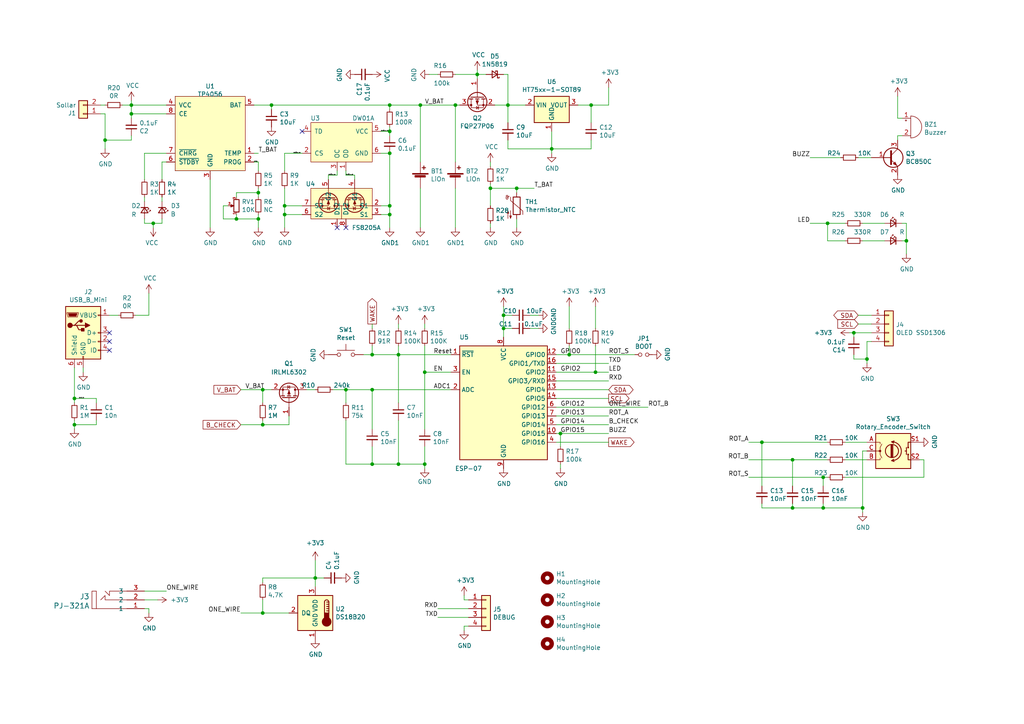
<source format=kicad_sch>
(kicad_sch (version 20211123) (generator eeschema)
  (paper "A4")
  (title_block (title "${NAME}") (date "${DATE}") (rev "${REVISION}") (company "Juraj Giertl") (comment 1 "j74a8g@gmail.com"))
  (junction (at 107.95 102.87))
  (junction (at 78.74 30.48))
  (junction (at 100.33 113.03))
  (junction (at 113.03 62.23))
  (junction (at 146.05 95.25))
  (junction (at 76.2 123.19))
  (junction (at 30.48 40.64))
  (junction (at 74.93 63.5))
  (junction (at 76.2 177.8))
  (junction (at 44.45 64.77))
  (junction (at 149.86 54.61))
  (junction (at 68.58 63.5))
  (junction (at 82.55 62.23))
  (junction (at 107.95 134.62))
  (junction (at 160.02 43.18))
  (junction (at 21.59 115.57))
  (junction (at 146.05 91.44))
  (junction (at 91.44 167.64))
  (junction (at 123.19 107.95))
  (junction (at 262.89 69.85))
  (junction (at 82.55 59.69))
  (junction (at 121.92 30.48))
  (junction (at 172.72 107.95))
  (junction (at 138.43 21.59))
  (junction (at 115.57 134.62))
  (junction (at 147.32 30.48))
  (junction (at 115.57 102.87))
  (junction (at 251.46 104.14))
  (junction (at 123.19 134.62))
  (junction (at 107.95 113.03))
  (junction (at 247.65 96.52))
  (junction (at 238.76 138.43))
  (junction (at 113.03 44.45))
  (junction (at 76.2 113.03))
  (junction (at 38.1 33.02))
  (junction (at 142.24 54.61))
  (junction (at 171.45 30.48))
  (junction (at 238.76 147.32))
  (junction (at 162.56 125.73))
  (junction (at 229.87 147.32))
  (junction (at 250.19 147.32))
  (junction (at 21.59 123.19))
  (junction (at 165.1 102.87))
  (junction (at 74.93 55.88))
  (junction (at 229.87 133.35))
  (junction (at 113.03 59.69))
  (junction (at 38.1 30.48))
  (junction (at 220.98 128.27))
  (junction (at 113.03 38.1))
  (junction (at 113.03 30.48))
  (junction (at 240.03 64.77))
  (junction (at 132.08 30.48))
  (no_connect (at 100.33 66.04))
  (no_connect (at 31.75 99.06))
  (no_connect (at 87.63 38.1))
  (no_connect (at 97.79 66.04))
  (no_connect (at 31.75 96.52))
  (no_connect (at 31.75 101.6))
  (wire (pts (xy 161.29 105.41) (xy 176.53 105.41)))
  (wire (pts (xy 238.76 146.05) (xy 238.76 147.32)))
  (wire (pts (xy 41.91 173.99) (xy 45.72 173.99)))
  (wire (pts (xy 165.1 100.33) (xy 165.1 102.87)))
  (wire (pts (xy 267.97 138.43) (xy 245.11 138.43)))
  (wire (pts (xy 38.1 30.48) (xy 48.26 30.48)))
  (wire (pts (xy 43.18 176.53) (xy 43.18 177.8)))
  (wire (pts (xy 240.03 64.77) (xy 240.03 69.85)))
  (wire (pts (xy 130.81 102.87) (xy 115.57 102.87)))
  (wire (pts (xy 95.25 50.8) (xy 97.79 50.8)))
  (wire (pts (xy 87.63 44.45) (xy 82.55 44.45)))
  (wire (pts (xy 138.43 21.59) (xy 140.97 21.59)))
  (wire (pts (xy 123.19 107.95) (xy 123.19 100.33)))
  (wire (pts (xy 68.58 63.5) (xy 74.93 63.5)))
  (wire (pts (xy 127 21.59) (xy 124.46 21.59)))
  (wire (pts (xy 146.05 88.9) (xy 146.05 91.44)))
  (wire (pts (xy 64.77 63.5) (xy 68.58 63.5)))
  (wire (pts (xy 82.55 44.45) (xy 82.55 49.53)))
  (wire (pts (xy 21.59 115.57) (xy 21.59 116.84)))
  (wire (pts (xy 21.59 121.92) (xy 21.59 123.19)))
  (wire (pts (xy 220.98 128.27) (xy 217.17 128.27)))
  (wire (pts (xy 76.2 121.92) (xy 76.2 123.19)))
  (wire (pts (xy 132.08 54.61) (xy 132.08 66.04)))
  (wire (pts (xy 217.17 133.35) (xy 229.87 133.35)))
  (wire (pts (xy 238.76 147.32) (xy 229.87 147.32)))
  (wire (pts (xy 123.19 124.46) (xy 123.19 107.95)))
  (wire (pts (xy 91.44 167.64) (xy 76.2 167.64)))
  (wire (pts (xy 171.45 30.48) (xy 176.53 30.48)))
  (wire (pts (xy 247.65 96.52) (xy 252.73 96.52)))
  (wire (pts (xy 43.18 85.09) (xy 43.18 91.44)))
  (wire (pts (xy 46.99 64.77) (xy 46.99 63.5)))
  (wire (pts (xy 76.2 173.99) (xy 76.2 177.8)))
  (wire (pts (xy 250.19 130.81) (xy 250.19 147.32)))
  (wire (pts (xy 110.49 59.69) (xy 113.03 59.69)))
  (wire (pts (xy 97.79 50.8) (xy 97.79 49.53)))
  (wire (pts (xy 251.46 99.06) (xy 251.46 104.14)))
  (wire (pts (xy 30.48 33.02) (xy 30.48 40.64)))
  (wire (pts (xy 132.08 21.59) (xy 138.43 21.59)))
  (wire (pts (xy 229.87 147.32) (xy 220.98 147.32)))
  (wire (pts (xy 76.2 113.03) (xy 78.74 113.03)))
  (wire (pts (xy 21.59 123.19) (xy 21.59 124.46)))
  (wire (pts (xy 250.19 69.85) (xy 256.54 69.85)))
  (wire (pts (xy 260.35 34.29) (xy 261.62 34.29)))
  (wire (pts (xy 21.59 106.68) (xy 21.59 115.57)))
  (wire (pts (xy 74.93 54.61) (xy 74.93 55.88)))
  (wire (pts (xy 240.03 64.77) (xy 234.95 64.77)))
  (wire (pts (xy 161.29 110.49) (xy 176.53 110.49)))
  (wire (pts (xy 41.91 63.5) (xy 41.91 64.77)))
  (wire (pts (xy 35.56 30.48) (xy 38.1 30.48)))
  (wire (pts (xy 250.19 147.32) (xy 250.19 148.59)))
  (wire (pts (xy 262.89 69.85) (xy 262.89 73.66)))
  (wire (pts (xy 252.73 99.06) (xy 251.46 99.06)))
  (wire (pts (xy 113.03 59.69) (xy 113.03 62.23)))
  (wire (pts (xy 160.02 43.18) (xy 171.45 43.18)))
  (wire (pts (xy 123.19 134.62) (xy 115.57 134.62)))
  (wire (pts (xy 113.03 36.83) (xy 113.03 38.1)))
  (wire (pts (xy 260.35 39.37) (xy 260.35 40.64)))
  (wire (pts (xy 95.25 52.07) (xy 95.25 50.8)))
  (wire (pts (xy 245.11 64.77) (xy 240.03 64.77)))
  (wire (pts (xy 100.33 49.53) (xy 100.33 50.8)))
  (wire (pts (xy 220.98 128.27) (xy 240.03 128.27)))
  (wire (pts (xy 165.1 102.87) (xy 184.15 102.87)))
  (wire (pts (xy 87.63 62.23) (xy 82.55 62.23)))
  (wire (pts (xy 146.05 21.59) (xy 147.32 21.59)))
  (wire (pts (xy 149.86 63.5) (xy 149.86 66.04)))
  (wire (pts (xy 160.02 43.18) (xy 160.02 44.45)))
  (wire (pts (xy 130.81 107.95) (xy 123.19 107.95)))
  (wire (pts (xy 107.95 100.33) (xy 107.95 102.87)))
  (wire (pts (xy 29.21 33.02) (xy 30.48 33.02)))
  (wire (pts (xy 41.91 44.45) (xy 41.91 52.07)))
  (wire (pts (xy 69.85 113.03) (xy 76.2 113.03)))
  (wire (pts (xy 238.76 140.97) (xy 238.76 138.43)))
  (wire (pts (xy 74.93 62.23) (xy 74.93 63.5)))
  (wire (pts (xy 161.29 125.73) (xy 162.56 125.73)))
  (wire (pts (xy 176.53 25.4) (xy 176.53 30.48)))
  (wire (pts (xy 246.38 96.52) (xy 247.65 96.52)))
  (wire (pts (xy 76.2 116.84) (xy 76.2 113.03)))
  (wire (pts (xy 165.1 88.9) (xy 165.1 95.25)))
  (wire (pts (xy 115.57 134.62) (xy 115.57 121.92)))
  (wire (pts (xy 107.95 113.03) (xy 130.81 113.03)))
  (wire (pts (xy 162.56 134.62) (xy 162.56 135.89)))
  (wire (pts (xy 251.46 128.27) (xy 245.11 128.27)))
  (wire (pts (xy 238.76 147.32) (xy 250.19 147.32)))
  (wire (pts (xy 41.91 176.53) (xy 43.18 176.53)))
  (wire (pts (xy 262.89 64.77) (xy 262.89 69.85)))
  (wire (pts (xy 41.91 64.77) (xy 44.45 64.77)))
  (wire (pts (xy 247.65 96.52) (xy 247.65 97.79)))
  (wire (pts (xy 135.89 181.61) (xy 134.62 181.61)))
  (wire (pts (xy 115.57 116.84) (xy 115.57 102.87)))
  (wire (pts (xy 66.04 59.69) (xy 64.77 59.69)))
  (wire (pts (xy 82.55 59.69) (xy 82.55 62.23)))
  (wire (pts (xy 27.94 123.19) (xy 27.94 121.92)))
  (wire (pts (xy 161.29 123.19) (xy 176.53 123.19)))
  (wire (pts (xy 91.44 170.18) (xy 91.44 167.64)))
  (wire (pts (xy 121.92 30.48) (xy 132.08 30.48)))
  (wire (pts (xy 138.43 20.32) (xy 138.43 21.59)))
  (wire (pts (xy 76.2 123.19) (xy 83.82 123.19)))
  (wire (pts (xy 113.03 30.48) (xy 121.92 30.48)))
  (wire (pts (xy 147.32 30.48) (xy 147.32 35.56)))
  (wire (pts (xy 38.1 39.37) (xy 38.1 40.64)))
  (wire (pts (xy 39.37 91.44) (xy 43.18 91.44)))
  (wire (pts (xy 110.49 38.1) (xy 113.03 38.1)))
  (wire (pts (xy 76.2 123.19) (xy 69.85 123.19)))
  (wire (pts (xy 73.66 44.45) (xy 74.93 44.45)))
  (wire (pts (xy 252.73 91.44) (xy 248.92 91.44)))
  (wire (pts (xy 134.62 181.61) (xy 134.62 182.88)))
  (wire (pts (xy 161.29 115.57) (xy 176.53 115.57)))
  (wire (pts (xy 171.45 43.18) (xy 171.45 40.64)))
  (wire (pts (xy 266.7 133.35) (xy 267.97 133.35)))
  (wire (pts (xy 115.57 93.98) (xy 115.57 95.25)))
  (wire (pts (xy 113.03 66.04) (xy 113.03 62.23)))
  (wire (pts (xy 160.02 43.18) (xy 147.32 43.18)))
  (wire (pts (xy 220.98 128.27) (xy 220.98 140.97)))
  (wire (pts (xy 161.29 120.65) (xy 176.53 120.65)))
  (wire (pts (xy 68.58 55.88) (xy 74.93 55.88)))
  (wire (pts (xy 113.03 38.1) (xy 113.03 39.37)))
  (wire (pts (xy 82.55 54.61) (xy 82.55 59.69)))
  (wire (pts (xy 83.82 177.8) (xy 76.2 177.8)))
  (wire (pts (xy 142.24 54.61) (xy 142.24 53.34)))
  (wire (pts (xy 48.26 46.99) (xy 46.99 46.99)))
  (wire (pts (xy 74.93 46.99) (xy 74.93 49.53)))
  (wire (pts (xy 38.1 30.48) (xy 38.1 33.02)))
  (wire (pts (xy 113.03 59.69) (xy 113.03 44.45)))
  (wire (pts (xy 251.46 133.35) (xy 245.11 133.35)))
  (wire (pts (xy 102.87 50.8) (xy 102.87 52.07)))
  (wire (pts (xy 135.89 176.53) (xy 127 176.53)))
  (wire (pts (xy 229.87 146.05) (xy 229.87 147.32)))
  (wire (pts (xy 132.08 46.99) (xy 132.08 30.48)))
  (wire (pts (xy 110.49 44.45) (xy 113.03 44.45)))
  (wire (pts (xy 142.24 48.26) (xy 142.24 46.99)))
  (wire (pts (xy 240.03 133.35) (xy 229.87 133.35)))
  (wire (pts (xy 100.33 50.8) (xy 102.87 50.8)))
  (wire (pts (xy 91.44 167.64) (xy 91.44 162.56)))
  (wire (pts (xy 88.9 113.03) (xy 91.44 113.03)))
  (wire (pts (xy 123.19 134.62) (xy 123.19 129.54)))
  (wire (pts (xy 21.59 115.57) (xy 27.94 115.57)))
  (wire (pts (xy 171.45 30.48) (xy 167.64 30.48)))
  (wire (pts (xy 161.29 102.87) (xy 165.1 102.87)))
  (wire (pts (xy 134.62 173.99) (xy 135.89 173.99)))
  (wire (pts (xy 115.57 134.62) (xy 107.95 134.62)))
  (wire (pts (xy 247.65 104.14) (xy 251.46 104.14)))
  (wire (pts (xy 251.46 104.14) (xy 251.46 105.41)))
  (wire (pts (xy 78.74 30.48) (xy 78.74 31.75)))
  (wire (pts (xy 87.63 59.69) (xy 82.55 59.69)))
  (wire (pts (xy 74.93 63.5) (xy 74.93 66.04)))
  (wire (pts (xy 240.03 138.43) (xy 238.76 138.43)))
  (wire (pts (xy 162.56 125.73) (xy 162.56 129.54)))
  (wire (pts (xy 41.91 57.15) (xy 41.91 58.42)))
  (wire (pts (xy 148.59 91.44) (xy 146.05 91.44)))
  (wire (pts (xy 123.19 135.89) (xy 123.19 134.62)))
  (wire (pts (xy 171.45 35.56) (xy 171.45 30.48)))
  (wire (pts (xy 68.58 55.88) (xy 68.58 57.15)))
  (wire (pts (xy 41.91 171.45) (xy 48.26 171.45)))
  (wire (pts (xy 161.29 118.11) (xy 187.96 118.11)))
  (wire (pts (xy 147.32 43.18) (xy 147.32 40.64)))
  (wire (pts (xy 135.89 179.07) (xy 127 179.07)))
  (wire (pts (xy 78.74 30.48) (xy 113.03 30.48)))
  (wire (pts (xy 132.08 30.48) (xy 133.35 30.48)))
  (wire (pts (xy 76.2 167.64) (xy 76.2 168.91)))
  (wire (pts (xy 38.1 40.64) (xy 30.48 40.64)))
  (wire (pts (xy 100.33 116.84) (xy 100.33 113.03)))
  (wire (pts (xy 38.1 33.02) (xy 48.26 33.02)))
  (wire (pts (xy 172.72 95.25) (xy 172.72 88.9)))
  (wire (pts (xy 134.62 172.72) (xy 134.62 173.99)))
  (wire (pts (xy 146.05 95.25) (xy 146.05 97.79)))
  (wire (pts (xy 142.24 59.69) (xy 142.24 54.61)))
  (wire (pts (xy 74.93 55.88) (xy 74.93 57.15)))
  (wire (pts (xy 83.82 120.65) (xy 83.82 123.19)))
  (wire (pts (xy 234.95 45.72) (xy 243.84 45.72)))
  (wire (pts (xy 107.95 95.25) (xy 107.95 93.98)))
  (wire (pts (xy 100.33 121.92) (xy 100.33 134.62)))
  (wire (pts (xy 149.86 54.61) (xy 142.24 54.61)))
  (wire (pts (xy 121.92 54.61) (xy 121.92 66.04)))
  (wire (pts (xy 76.2 177.8) (xy 69.85 177.8)))
  (wire (pts (xy 82.55 62.23) (xy 82.55 66.04)))
  (wire (pts (xy 147.32 21.59) (xy 147.32 30.48)))
  (wire (pts (xy 252.73 45.72) (xy 248.92 45.72)))
  (wire (pts (xy 138.43 21.59) (xy 138.43 22.86)))
  (wire (pts (xy 91.44 167.64) (xy 93.98 167.64)))
  (wire (pts (xy 261.62 64.77) (xy 262.89 64.77)))
  (wire (pts (xy 113.03 62.23) (xy 110.49 62.23)))
  (wire (pts (xy 31.75 91.44) (xy 34.29 91.44)))
  (wire (pts (xy 100.33 113.03) (xy 107.95 113.03)))
  (wire (pts (xy 146.05 91.44) (xy 146.05 95.25)))
  (wire (pts (xy 172.72 107.95) (xy 176.53 107.95)))
  (wire (pts (xy 261.62 39.37) (xy 260.35 39.37)))
  (wire (pts (xy 248.92 93.98) (xy 252.73 93.98)))
  (wire (pts (xy 107.95 113.03) (xy 107.95 124.46)))
  (wire (pts (xy 107.95 102.87) (xy 115.57 102.87)))
  (wire (pts (xy 240.03 69.85) (xy 245.11 69.85)))
  (wire (pts (xy 256.54 64.77) (xy 250.19 64.77)))
  (wire (pts (xy 113.03 30.48) (xy 113.03 31.75)))
  (wire (pts (xy 100.33 134.62) (xy 107.95 134.62)))
  (wire (pts (xy 73.66 46.99) (xy 74.93 46.99)))
  (wire (pts (xy 153.67 95.25) (xy 156.21 95.25)))
  (wire (pts (xy 161.29 107.95) (xy 172.72 107.95)))
  (wire (pts (xy 220.98 147.32) (xy 220.98 146.05)))
  (wire (pts (xy 38.1 33.02) (xy 38.1 34.29)))
  (wire (pts (xy 73.66 30.48) (xy 78.74 30.48)))
  (wire (pts (xy 105.41 102.87) (xy 107.95 102.87)))
  (wire (pts (xy 96.52 113.03) (xy 100.33 113.03)))
  (wire (pts (xy 27.94 115.57) (xy 27.94 116.84)))
  (wire (pts (xy 160.02 38.1) (xy 160.02 43.18)))
  (wire (pts (xy 142.24 64.77) (xy 142.24 66.04)))
  (wire (pts (xy 107.95 134.62) (xy 107.95 129.54)))
  (wire (pts (xy 44.45 64.77) (xy 44.45 66.04)))
  (wire (pts (xy 115.57 102.87) (xy 115.57 100.33)))
  (wire (pts (xy 38.1 29.21) (xy 38.1 30.48)))
  (wire (pts (xy 29.21 30.48) (xy 30.48 30.48)))
  (wire (pts (xy 247.65 102.87) (xy 247.65 104.14)))
  (wire (pts (xy 260.35 27.94) (xy 260.35 34.29)))
  (wire (pts (xy 261.62 69.85) (xy 262.89 69.85)))
  (wire (pts (xy 161.29 128.27) (xy 176.53 128.27)))
  (wire (pts (xy 172.72 100.33) (xy 172.72 107.95)))
  (wire (pts (xy 267.97 133.35) (xy 267.97 138.43)))
  (wire (pts (xy 21.59 123.19) (xy 27.94 123.19)))
  (wire (pts (xy 48.26 44.45) (xy 41.91 44.45)))
  (wire (pts (xy 161.29 113.03) (xy 176.53 113.03)))
  (wire (pts (xy 162.56 125.73) (xy 176.53 125.73)))
  (wire (pts (xy 64.77 59.69) (xy 64.77 63.5)))
  (wire (pts (xy 46.99 58.42) (xy 46.99 57.15)))
  (wire (pts (xy 46.99 46.99) (xy 46.99 52.07)))
  (wire (pts (xy 30.48 40.64) (xy 30.48 43.18)))
  (wire (pts (xy 60.96 52.07) (xy 60.96 66.04)))
  (wire (pts (xy 147.32 30.48) (xy 152.4 30.48)))
  (wire (pts (xy 229.87 140.97) (xy 229.87 133.35)))
  (wire (pts (xy 24.13 106.68) (xy 24.13 107.95)))
  (wire (pts (xy 121.92 46.99) (xy 121.92 30.48)))
  (wire (pts (xy 147.32 30.48) (xy 143.51 30.48)))
  (wire (pts (xy 149.86 54.61) (xy 154.94 54.61)))
  (wire (pts (xy 251.46 130.81) (xy 250.19 130.81)))
  (wire (pts (xy 156.21 91.44) (xy 153.67 91.44)))
  (wire (pts (xy 149.86 55.88) (xy 149.86 54.61)))
  (wire (pts (xy 148.59 95.25) (xy 146.05 95.25)))
  (wire (pts (xy 123.19 93.98) (xy 123.19 95.25)))
  (wire (pts (xy 68.58 62.23) (xy 68.58 63.5)))
  (wire (pts (xy 217.17 138.43) (xy 238.76 138.43)))
  (wire (pts (xy 44.45 64.77) (xy 46.99 64.77)))
  (label "Reset" (at 125.73 102.87 0))
  (label "SHIELD" (at 22.86 115.57 0) (effects (font (size 0.2794 0.2794))))
  (label "ONE_WIRE" (at 176.53 118.11 0))
  (label "dw01a_cs" (at 85.09 44.45 0) (effects (font (size 0.2794 0.2794))))
  (label "dw01a_oc" (at 95.25 50.8 0) (effects (font (size 0.2794 0.2794))))
  (label "EN" (at 125.73 107.95 0))
  (label "TXD" (at 176.53 105.41 0))
  (label "GPIO0" (at 162.56 102.87 0))
  (label "LED" (at 234.95 64.77 180))
  (label "GPIO15" (at 162.56 125.73 0))
  (label "ROT_B" (at 187.96 118.11 0))
  (label "ONE_WIRE" (at 69.85 177.8 180))
  (label "GPIO2" (at 162.56 107.95 0))
  (label "ROT_S" (at 217.17 138.43 180))
  (label "ROT_S" (at 176.53 102.87 0))
  (label "V_BAT" (at 71.12 113.03 0))
  (label "ROT_B" (at 217.17 133.35 180))
  (label "GPIO14" (at 162.56 123.19 0))
  (label "V_BAT" (at 123.19 30.48 0))
  (label "TXD" (at 127 179.07 180))
  (label "B_CHECK" (at 176.53 123.19 0))
  (label "GPIO13" (at 162.56 120.65 0))
  (label "prog" (at 73.66 46.99 0) (effects (font (size 0.2794 0.2794))))
  (label "ADC1" (at 125.73 113.03 0))
  (label "RXD" (at 176.53 110.49 0))
  (label "LED" (at 176.53 107.95 0))
  (label "ONE_WIRE" (at 48.26 171.45 0))
  (label "dw01a_vcc" (at 110.49 38.1 0) (effects (font (size 0.2794 0.2794))))
  (label "T_BAT" (at 154.94 54.61 0))
  (label "T_BAT" (at 74.93 44.45 0))
  (label "BUZZ" (at 234.95 45.72 180))
  (label "GPIO12" (at 162.56 118.11 0))
  (label "RXD" (at 127 176.53 180))
  (label "BUZZ" (at 176.53 125.73 0))
  (label "ROT_A" (at 217.17 128.27 180))
  (label "dw01a_od" (at 100.33 50.8 0) (effects (font (size 0.2794 0.2794))))
  (label "ROT_A" (at 176.53 120.65 0))
  (global_label "WAKE" (shape output) (at 176.53 128.27 0) (property "Intersheet References" "${INTERSHEET_REFS}" (effects hide)))
  (global_label "SCL" (shape output) (at 176.53 115.57 0) (property "Intersheet References" "${INTERSHEET_REFS}" (effects hide)))
  (global_label "B_CHECK" (shape input) (at 69.85 123.19 180) (property "Intersheet References" "${INTERSHEET_REFS}" (effects hide)))
  (global_label "SDA" (shape bidirectional) (at 176.53 113.03 0) (property "Intersheet References" "${INTERSHEET_REFS}" (effects hide)))
  (global_label "SCL" (shape input) (at 248.92 93.98 180) (property "Intersheet References" "${INTERSHEET_REFS}" (effects hide)))
  (global_label "WAKE" (shape output) (at 107.95 93.98 90) (property "Intersheet References" "${INTERSHEET_REFS}" (effects hide)))
  (global_label "SDA" (shape bidirectional) (at 248.92 91.44 180) (property "Intersheet References" "${INTERSHEET_REFS}" (effects hide)))
  (global_label "V_BAT" (shape input) (at 69.85 113.03 180) (property "Intersheet References" "${INTERSHEET_REFS}" (effects hide)))
  (symbol (lib_id "Device:C_Small") (at 96.52 167.64 90) (unit 1)
    (property "Reference" "C4" (at 95.3516 165.3032 0) (effects (justify left)))
    (property "Value" "0.1uF" (at 97.663 165.3032 0) (effects (justify left)))
    (property "Footprint" "Capacitor_SMD:C_0805_2012Metric_Pad1.18x1.45mm_HandSolder" (effects hide))
  )
  (symbol (lib_id "Connector_Generic:Conn_01x02") (at 24.13 33.02 180) (unit 1)
    (property "Reference" "J1" (at 22.098 32.8168 0) (effects (justify left)))
    (property "Value" "Sollar" (at 22.098 30.5054 0) (effects (justify left)))
    (property "Footprint" "Project_footprints:ER-CON2.0-2P-SMD" (effects hide))
  )
  (symbol (lib_id "Device:Rotary_Encoder_Switch") (at 259.08 130.81 0) (unit 1)
    (property "Reference" "SW3" (at 259.08 121.4882 0))
    (property "Value" "Rotary_Encoder_Switch" (at 259.08 123.7996 0))
    (property "Footprint" "Rotary_Encoder:RotaryEncoder_Alps_EC11E-Switch_Vertical_H20mm" (effects hide))
  )
  (symbol (lib_id "Device:Buzzer") (at 264.16 36.83 0) (unit 1)
    (property "Reference" "BZ1" (at 268.0208 36.0934 0) (effects (justify left)))
    (property "Value" "Buzzer" (at 268.0208 38.4048 0) (effects (justify left)))
    (property "Footprint" "Buzzer_Beeper:Buzzer_12x9.5RM7.6" (effects hide))
  )
  (symbol (lib_id "RF_Module:ESP-07") (at 146.05 118.11 0) (unit 1)
    (property "Reference" "U5" (at 134.62 97.79 0))
    (property "Value" "ESP-07" (at 135.89 135.89 0))
    (property "Footprint" "RF_Module:ESP-07" (effects hide))
    (property "Datasheet" "http://wiki.ai-thinker.com/_media/esp8266/esp8266_series_modules_user_manual_v1.1.pdf" (effects hide))
  )
  (symbol (lib_id "Device:LED_Small") (at 259.08 64.77 0) (mirror y) (unit 1)
    (property "Reference" "D6" (at 256.54 62.23 0))
    (property "Value" "R" (at 261.62 62.23 0))
    (property "Footprint" "LED_SMD:LED_0805_2012Metric_Castellated" (effects hide))
  )
  (symbol (lib_id "Sensor_Temperature:DS18B20") (at 91.44 177.8 0) (mirror y) (unit 1)
    (property "Reference" "U2" (at 97.282 176.6316 0) (effects (justify right)))
    (property "Value" "DS18B20" (at 97.282 178.943 0) (effects (justify right)))
    (property "Footprint" "Package_TO_SOT_THT:TO-92_Inline" (effects hide))
    (property "Datasheet" "http://datasheets.maximintegrated.com/en/ds/DS18B20.pdf" (effects hide))
  )
  (symbol (lib_id "Switch:SW_Push") (at 100.33 102.87 0) (unit 1)
    (property "Reference" "SW1" (at 100.33 95.631 0))
    (property "Value" "Reset" (at 100.33 97.9424 0))
    (property "Footprint" "Button_Switch_SMD:SW_SPST_B3U-3000P" (effects hide))
  )
  (symbol (lib_id "power:GND") (at 146.05 135.89 0) (unit 1)
    (property "Reference" "#PWR024" (effects hide))
    (property "Value" "GND" (at 146.177 140.2842 0))
  )
  (symbol (lib_id "power:+3.3V") (at 146.05 88.9 0) (unit 1)
    (property "Reference" "#PWR023" (effects hide))
    (property "Value" "+3.3V" (at 146.431 84.5058 0))
  )
  (symbol (lib_id "Device:R_Small") (at 100.33 119.38 0) (unit 1)
    (property "Reference" "R11" (at 101.8286 118.2116 0) (effects (justify left)))
    (property "Value" "75k" (at 101.8286 120.523 0) (effects (justify left)))
    (property "Footprint" "Resistor_SMD:R_0805_2012Metric_Pad1.20x1.40mm_HandSolder" (effects hide))
  )
  (symbol (lib_id "Device:R_Small") (at 93.98 113.03 90) (unit 1)
    (property "Reference" "R10" (at 91.44 111.76 90) (effects (justify left)))
    (property "Value" "240k" (at 101.6 111.76 90) (effects (justify left)))
    (property "Footprint" "Resistor_SMD:R_0805_2012Metric_Pad1.20x1.40mm_HandSolder" (effects hide))
  )
  (symbol (lib_id "Device:C_Small") (at 115.57 119.38 0) (unit 1)
    (property "Reference" "C7" (at 117.9068 118.2116 0) (effects (justify left)))
    (property "Value" "10nF" (at 117.9068 120.523 0) (effects (justify left)))
    (property "Footprint" "Capacitor_SMD:C_0805_2012Metric_Pad1.18x1.45mm_HandSolder" (effects hide))
  )
  (symbol (lib_id "Device:R_Small") (at 123.19 97.79 0) (unit 1)
    (property "Reference" "R15" (at 124.6886 96.6216 0) (effects (justify left)))
    (property "Value" "100K" (at 124.6886 98.933 0) (effects (justify left)))
    (property "Footprint" "Resistor_SMD:R_0805_2012Metric_Pad1.20x1.40mm_HandSolder" (effects hide))
  )
  (symbol (lib_id "Connector_Generic:Conn_01x04") (at 257.81 93.98 0) (unit 1)
    (property "Reference" "J4" (at 259.842 94.1832 0) (effects (justify left)))
    (property "Value" "OLED SSD1306" (at 259.842 96.4946 0) (effects (justify left)))
    (property "Footprint" "Connector_PinHeader_2.54mm:PinHeader_1x04_P2.54mm_Vertical" (effects hide))
  )
  (symbol (lib_id "power:GND") (at 251.46 105.41 0) (unit 1)
    (property "Reference" "#PWR035" (effects hide))
    (property "Value" "GND" (at 251.587 109.8042 0))
  )
  (symbol (lib_id "power:+3.3V") (at 246.38 96.52 90) (unit 1)
    (property "Reference" "#PWR034" (effects hide))
    (property "Value" "+3.3V" (at 238.76 96.52 90))
  )
  (symbol (lib_id "Device:R_Small") (at 115.57 97.79 0) (unit 1)
    (property "Reference" "R14" (at 117.0686 96.6216 0) (effects (justify left)))
    (property "Value" "100K" (at 117.0686 98.933 0) (effects (justify left)))
    (property "Footprint" "Resistor_SMD:R_0805_2012Metric_Pad1.20x1.40mm_HandSolder" (effects hide))
  )
  (symbol (lib_id "Device:C_Small") (at 107.95 127 0) (unit 1)
    (property "Reference" "C5" (at 110.2868 125.8316 0) (effects (justify left)))
    (property "Value" "10nF" (at 110.2868 128.143 0) (effects (justify left)))
    (property "Footprint" "Capacitor_SMD:C_0805_2012Metric_Pad1.18x1.45mm_HandSolder" (effects hide))
  )
  (symbol (lib_id "power:+3.3V") (at 123.19 93.98 0) (unit 1)
    (property "Reference" "#PWR018" (effects hide))
    (property "Value" "+3.3V" (at 123.571 89.5858 0))
  )
  (symbol (lib_id "power:+3.3V") (at 115.57 93.98 0) (unit 1)
    (property "Reference" "#PWR016" (effects hide))
    (property "Value" "+3.3V" (at 115.951 89.5858 0))
  )
  (symbol (lib_id "Device:R_Small") (at 165.1 97.79 0) (unit 1)
    (property "Reference" "R18" (at 166.5986 96.6216 0) (effects (justify left)))
    (property "Value" "100K" (at 166.5986 98.933 0) (effects (justify left)))
    (property "Footprint" "Resistor_SMD:R_0805_2012Metric_Pad1.20x1.40mm_HandSolder" (effects hide))
  )
  (symbol (lib_id "power:+3.3V") (at 165.1 88.9 0) (unit 1)
    (property "Reference" "#PWR029" (effects hide))
    (property "Value" "+3.3V" (at 165.481 84.5058 0))
  )
  (symbol (lib_id "Device:R_Small") (at 162.56 132.08 0) (unit 1)
    (property "Reference" "R17" (at 164.0586 130.9116 0) (effects (justify left)))
    (property "Value" "100k" (at 164.0586 133.223 0) (effects (justify left)))
    (property "Footprint" "Resistor_SMD:R_0805_2012Metric_Pad1.20x1.40mm_HandSolder" (effects hide))
  )
  (symbol (lib_id "power:GND") (at 162.56 135.89 0) (unit 1)
    (property "Reference" "#PWR028" (effects hide))
    (property "Value" "GND" (at 162.687 140.2842 0))
  )
  (symbol (lib_id "Device:R_Small") (at 172.72 97.79 0) (unit 1)
    (property "Reference" "R19" (at 174.2186 96.6216 0) (effects (justify left)))
    (property "Value" "NC" (at 174.2186 98.933 0) (effects (justify left)))
    (property "Footprint" "Resistor_SMD:R_0805_2012Metric_Pad1.20x1.40mm_HandSolder" (effects hide))
  )
  (symbol (lib_id "power:+3.3V") (at 172.72 88.9 0) (unit 1)
    (property "Reference" "#PWR030" (effects hide))
    (property "Value" "+3.3V" (at 173.101 84.5058 0))
  )
  (symbol (lib_id "power:GND") (at 95.25 102.87 270) (unit 1)
    (property "Reference" "#PWR013" (effects hide))
    (property "Value" "GND" (at 90.8558 102.997 0))
  )
  (symbol (lib_id "Device:R_Small") (at 107.95 97.79 0) (unit 1)
    (property "Reference" "R12" (at 109.4486 96.6216 0) (effects (justify left)))
    (property "Value" "91R" (at 109.4486 98.933 0) (effects (justify left)))
    (property "Footprint" "Resistor_SMD:R_0805_2012Metric_Pad1.20x1.40mm_HandSolder" (effects hide))
  )
  (symbol (lib_id "Device:C_Small") (at 151.13 91.44 90) (unit 1)
    (property "Reference" "C10" (at 149.86 90.17 90) (effects (justify left)))
    (property "Value" "10uF" (at 157.48 90.17 90) (effects (justify left)))
    (property "Footprint" "Capacitor_SMD:C_1206_3216Metric_Pad1.33x1.80mm_HandSolder" (effects hide))
  )
  (symbol (lib_id "power:GND") (at 156.21 91.44 90) (unit 1)
    (property "Reference" "#PWR025" (effects hide))
    (property "Value" "GND" (at 160.6042 91.313 0))
  )
  (symbol (lib_id "Device:C_Small") (at 151.13 95.25 90) (unit 1)
    (property "Reference" "C11" (at 148.59 93.98 90) (effects (justify left)))
    (property "Value" "0.1uF" (at 157.48 93.98 90) (effects (justify left)))
    (property "Footprint" "Capacitor_SMD:C_0805_2012Metric_Pad1.18x1.45mm_HandSolder" (effects hide))
  )
  (symbol (lib_id "power:GND") (at 156.21 95.25 90) (unit 1)
    (property "Reference" "#PWR026" (effects hide))
    (property "Value" "GND" (at 160.6042 95.123 0))
  )
  (symbol (lib_id "Device:C_Small") (at 123.19 127 0) (unit 1)
    (property "Reference" "C8" (at 125.5268 125.8316 0) (effects (justify left)))
    (property "Value" "10nF" (at 125.5268 128.143 0) (effects (justify left)))
    (property "Footprint" "Capacitor_SMD:C_0805_2012Metric_Pad1.18x1.45mm_HandSolder" (effects hide))
  )
  (symbol (lib_id "power:GND") (at 123.19 135.89 0) (unit 1)
    (property "Reference" "#PWR019" (effects hide))
    (property "Value" "GND" (at 123.19 139.7 0))
  )
  (symbol (lib_id "Device:Jumper_NO_Small") (at 186.69 102.87 0) (unit 1)
    (property "Reference" "JP1" (at 186.69 98.171 0))
    (property "Value" "BOOT" (at 186.69 100.4824 0))
    (property "Footprint" "Jumper:SolderJumper-2_P1.3mm_Open_RoundedPad1.0x1.5mm" (effects hide))
  )
  (symbol (lib_id "power:GND") (at 189.23 102.87 90) (unit 1)
    (property "Reference" "#PWR0103" (effects hide))
    (property "Value" "GND" (at 193.6242 102.743 0))
  )
  (symbol (lib_id "Device:C_Small") (at 247.65 100.33 180) (unit 1)
    (property "Reference" "C14" (at 245.3132 101.4984 0) (effects (justify left)))
    (property "Value" "0.1uF" (at 245.3132 99.187 0) (effects (justify left)))
    (property "Footprint" "Capacitor_SMD:C_0805_2012Metric_Pad1.18x1.45mm_HandSolder" (effects hide))
  )
  (symbol (lib_id "Device:R_Small") (at 142.24 62.23 0) (unit 1)
    (property "Reference" "R28" (at 143.7386 61.0616 0) (effects (justify left)))
    (property "Value" "1K" (at 143.7386 63.373 0) (effects (justify left)))
    (property "Footprint" "Resistor_SMD:R_0805_2012Metric_Pad1.20x1.40mm_HandSolder" (effects hide))
  )
  (symbol (lib_id "Device:R_Small") (at 142.24 50.8 0) (unit 1)
    (property "Reference" "R27" (at 143.7386 49.6316 0) (effects (justify left)))
    (property "Value" "1K" (at 143.7386 51.943 0) (effects (justify left)))
    (property "Footprint" "Resistor_SMD:R_0805_2012Metric_Pad1.20x1.40mm_HandSolder" (effects hide))
  )
  (symbol (lib_id "Device:Thermistor_NTC") (at 149.86 59.69 0) (unit 1)
    (property "Reference" "TH1" (at 152.3492 58.5216 0) (effects (justify left)))
    (property "Value" "Thermistor_NTC" (at 152.3492 60.833 0) (effects (justify left)))
    (property "Footprint" "Resistor_THT:R_Axial_DIN0204_L3.6mm_D1.6mm_P5.08mm_Horizontal" (effects hide))
  )
  (symbol (lib_id "power:GND") (at 142.24 66.04 0) (unit 1)
    (property "Reference" "#PWR0109" (effects hide))
    (property "Value" "GND" (at 142.367 70.4342 0))
  )
  (symbol (lib_id "Device:R_Small") (at 247.65 64.77 90) (unit 1)
    (property "Reference" "R25" (at 245.11 62.23 90) (effects (justify left)))
    (property "Value" "330R" (at 252.73 62.23 90) (effects (justify left)))
    (property "Footprint" "Resistor_SMD:R_0805_2012Metric_Pad1.20x1.40mm_HandSolder" (effects hide))
  )
  (symbol (lib_id "Device:LED_Small") (at 259.08 69.85 0) (mirror y) (unit 1)
    (property "Reference" "D7" (at 256.54 67.31 0))
    (property "Value" "R" (at 261.62 67.31 0))
    (property "Footprint" "LED_SMD:LED_0805_2012Metric_Castellated" (effects hide))
  )
  (symbol (lib_id "Device:R_Small") (at 247.65 69.85 90) (unit 1)
    (property "Reference" "R26" (at 245.11 67.31 90) (effects (justify left)))
    (property "Value" "330R" (at 252.73 67.31 90) (effects (justify left)))
    (property "Footprint" "Resistor_SMD:R_0805_2012Metric_Pad1.20x1.40mm_HandSolder" (effects hide))
  )
  (symbol (lib_id "Device:Q_NPN_BEC") (at 257.81 45.72 0) (unit 1)
    (property "Reference" "Q3" (at 262.6614 44.5516 0) (effects (justify left)))
    (property "Value" "BC850C" (at 262.6614 46.863 0) (effects (justify left)))
    (property "Footprint" "Package_TO_SOT_SMD:SOT-23_Handsoldering" (effects hide))
  )
  (symbol (lib_id "power:GND") (at 262.89 73.66 0) (unit 1)
    (property "Reference" "#PWR038" (effects hide))
    (property "Value" "GND" (at 263.017 78.0542 0))
  )
  (symbol (lib_id "Mechanical:MountingHole") (at 158.75 167.64 0) (unit 1)
    (property "Reference" "H1" (at 161.29 166.4716 0) (effects (justify left)))
    (property "Value" "MountingHole" (at 161.29 168.783 0) (effects (justify left)))
    (property "Footprint" "MountingHole:MountingHole_3.2mm_M3_DIN965" (effects hide))
  )
  (symbol (lib_id "Device:R_Small") (at 76.2 171.45 0) (unit 1)
    (property "Reference" "R8" (at 77.6986 170.2816 0) (effects (justify left)))
    (property "Value" "4.7K" (at 77.6986 172.593 0) (effects (justify left)))
    (property "Footprint" "Resistor_SMD:R_0805_2012Metric_Pad1.20x1.40mm_HandSolder" (effects hide))
  )
  (symbol (lib_id "power:+3.3V") (at 91.44 162.56 0) (unit 1)
    (property "Reference" "#PWR011" (effects hide))
    (property "Value" "+3.3V" (at 91.44 157.48 0))
  )
  (symbol (lib_id "Mechanical:MountingHole") (at 158.75 173.99 0) (unit 1)
    (property "Reference" "H2" (at 161.29 172.8216 0) (effects (justify left)))
    (property "Value" "MountingHole" (at 161.29 175.133 0) (effects (justify left)))
    (property "Footprint" "MountingHole:MountingHole_3.2mm_M3_DIN965" (effects hide))
  )
  (symbol (lib_id "Mechanical:MountingHole") (at 158.75 180.34 0) (unit 1)
    (property "Reference" "H3" (at 161.29 179.1716 0) (effects (justify left)))
    (property "Value" "MountingHole" (at 161.29 181.483 0) (effects (justify left)))
    (property "Footprint" "MountingHole:MountingHole_3.2mm_M3_DIN965" (effects hide))
  )
  (symbol (lib_id "Mechanical:MountingHole") (at 158.75 186.69 0) (unit 1)
    (property "Reference" "H4" (at 161.29 185.5216 0) (effects (justify left)))
    (property "Value" "MountingHole" (at 161.29 187.833 0) (effects (justify left)))
    (property "Footprint" "MountingHole:MountingHole_3.2mm_M3_DIN965" (effects hide))
  )
  (symbol (lib_id "power:GND") (at 91.44 185.42 0) (unit 1)
    (property "Reference" "#PWR012" (effects hide))
    (property "Value" "GND" (at 91.567 189.8142 0))
  )
  (symbol (lib_id "power:GND") (at 99.06 167.64 90) (unit 1)
    (property "Reference" "#PWR014" (effects hide))
    (property "Value" "GND" (at 103.4542 167.513 0))
  )
  (symbol (lib_id "pj:PJ-321A") (at 36.83 179.07 0) (mirror x) (unit 1)
    (property "Reference" "J3" (at 25.9842 173.0248 0) (effects (font (size 1.524 1.524)) (justify right)))
    (property "Value" "PJ-321A" (at 25.9842 175.7172 0) (effects (font (size 1.524 1.524)) (justify right)))
    (property "Footprint" "Project_footprints:PJ-321A" (effects hide))
  )
  (symbol (lib_id "Device:Battery_Cell") (at 132.08 52.07 0) (unit 1)
    (property "Reference" "BT2" (at 135.0772 49.6316 0) (effects (justify left)))
    (property "Value" "LiOn" (at 135.0772 51.943 0) (effects (justify left)))
    (property "Footprint" "Battery:BatteryHolder_Keystone_1042_1x18650" (effects hide))
  )
  (symbol (lib_id "Device:D_Schottky_Small") (at 143.51 21.59 180) (unit 1)
    (property "Reference" "D5" (at 143.51 16.3322 0))
    (property "Value" "1N5819" (at 143.51 18.6436 0))
    (property "Footprint" "Diode_SMD:D_SOD-123" (effects hide))
  )
  (symbol (lib_id "Device:R_Small") (at 129.54 21.59 270) (unit 1)
    (property "Reference" "R16" (at 125.73 19.05 90) (effects (justify left)))
    (property "Value" "100k" (at 125.73 24.13 90) (effects (justify left)))
    (property "Footprint" "Resistor_SMD:R_0805_2012Metric_Pad1.20x1.40mm_HandSolder" (effects hide))
  )
  (symbol (lib_id "custom:DW01A") (at 99.06 40.64 0) (unit 1)
    (property "Reference" "U3" (at 91.44 34.29 0))
    (property "Value" "DW01A" (at 105.41 34.29 0))
    (property "Footprint" "Package_TO_SOT_SMD:SOT-23-6" (effects hide))
    (property "Datasheet" "http://escooter.org.ua/_fr/1/DW01A-DS-10_EN.pdf" (effects hide))
  )
  (symbol (lib_id "power:GND") (at 149.86 66.04 0) (unit 1)
    (property "Reference" "#PWR0110" (effects hide))
    (property "Value" "GND" (at 149.987 70.4342 0))
  )
  (symbol (lib_id "Device:Q_PMOS_GSD") (at 138.43 27.94 90) (mirror x) (unit 1)
    (property "Reference" "Q2" (at 138.43 34.2646 90))
    (property "Value" "FQP27P06" (at 138.43 36.576 90))
    (property "Footprint" "Package_TO_SOT_SMD:SOT-23_Handsoldering" (effects hide))
  )
  (symbol (lib_id "custom:FS8205A") (at 99.06 58.42 90) (mirror x) (unit 1)
    (property "Reference" "U4" (at 91.44 53.34 90) (effects (justify left)))
    (property "Value" "FS8205A" (at 110.49 66.04 90) (effects (justify left)))
    (property "Footprint" "Package_SO:TSSOP-8_4.4x3mm_P0.65mm" (effects hide))
    (property "Datasheet" "https://ic-fortune.com/upload/Download/FS8205A-DS-12_EN.pdf" (effects hide))
  )
  (symbol (lib_id "power:VCC") (at 43.18 85.09 0) (unit 1)
    (property "Reference" "#PWR0104" (effects hide))
    (property "Value" "VCC" (at 43.561 80.6958 0))
  )
  (symbol (lib_id "power:VCC") (at 142.24 46.99 0) (unit 1)
    (property "Reference" "#PWR0111" (effects hide))
    (property "Value" "VCC" (at 142.621 42.5958 0))
  )
  (symbol (lib_id "Device:R_Small") (at 33.02 30.48 270)
    (property "Reference" "R20" (at 33.02 25.5016 90))
    (property "Value" "0R" (at 33.02 27.813 90))
    (property "Footprint" "Resistor_SMD:R_0805_2012Metric_Pad1.20x1.40mm_HandSolder" (effects hide))
  )
  (symbol (lib_id "custom:TP4056") (at 60.96 38.1 0) (unit 1)
    (property "Reference" "U1" (at 60.96 25.019 0))
    (property "Value" "TP4056" (at 60.96 27.3304 0))
    (property "Footprint" "Project_footprints:TP4056_SOP-8-PP" (effects hide))
    (property "Datasheet" "http://www.tp4056.com/d/tp4056.pdf" (effects hide))
  )
  (symbol (lib_id "Device:R_Small") (at 82.55 52.07 0) (unit 1)
    (property "Reference" "R9" (at 84.0486 50.9016 0) (effects (justify left)))
    (property "Value" "1K" (at 84.0486 53.213 0) (effects (justify left)))
    (property "Footprint" "Resistor_SMD:R_0805_2012Metric_Pad1.20x1.40mm_HandSolder" (effects hide))
  )
  (symbol (lib_id "Device:R_Small") (at 74.93 52.07 0) (unit 1)
    (property "Reference" "R5" (at 76.4286 50.9016 0) (effects (justify left)))
    (property "Value" "1K" (at 76.4286 53.213 0) (effects (justify left)))
    (property "Footprint" "Resistor_SMD:R_0805_2012Metric_Pad1.20x1.40mm_HandSolder" (effects hide))
  )
  (symbol (lib_id "Device:R_POT_Small") (at 68.58 59.69 180) (unit 1)
    (property "Reference" "RV1" (at 70.104 58.5216 0) (effects (justify right)))
    (property "Value" "10K" (at 70.104 60.833 0) (effects (justify right)))
    (property "Footprint" "Potentiometer_SMD:Potentiometer_Bourns_3224J_Horizontal" (effects hide))
  )
  (symbol (lib_id "Device:C_Small") (at 113.03 41.91 0) (unit 1)
    (property "Reference" "C6" (at 115.3668 40.7416 0) (effects (justify left)))
    (property "Value" "0.1uF" (at 115.3668 43.053 0) (effects (justify left)))
    (property "Footprint" "Capacitor_SMD:C_0805_2012Metric_Pad1.18x1.45mm_HandSolder" (effects hide))
  )
  (symbol (lib_id "Device:R_Small") (at 113.03 34.29 0) (unit 1)
    (property "Reference" "R13" (at 114.5286 33.1216 0) (effects (justify left)))
    (property "Value" "100R" (at 114.5286 35.433 0) (effects (justify left)))
    (property "Footprint" "Resistor_SMD:R_0805_2012Metric_Pad1.20x1.40mm_HandSolder" (effects hide))
  )
  (symbol (lib_id "Device:C_Small") (at 78.74 34.29 0) (unit 1)
    (property "Reference" "C3" (at 81.0768 33.1216 0) (effects (justify left)))
    (property "Value" "10uF" (at 81.0768 35.433 0) (effects (justify left)))
    (property "Footprint" "Capacitor_SMD:C_1206_3216Metric_Pad1.33x1.80mm_HandSolder" (effects hide))
  )
  (symbol (lib_id "power:GND") (at 60.96 66.04 0) (unit 1)
    (property "Reference" "#PWR07" (effects hide))
    (property "Value" "GND" (at 61.087 70.4342 0))
  )
  (symbol (lib_id "power:GND") (at 30.48 43.18 0) (unit 1)
    (property "Reference" "#PWR03" (effects hide))
    (property "Value" "GND" (at 30.607 47.5742 0))
  )
  (symbol (lib_id "Device:C_Small") (at 38.1 36.83 0) (mirror x) (unit 1)
    (property "Reference" "C2" (at 40.4368 37.9984 0) (effects (justify left)))
    (property "Value" "0.1uF" (at 40.4368 35.687 0) (effects (justify left)))
    (property "Footprint" "Capacitor_SMD:C_1206_3216Metric_Pad1.33x1.80mm_HandSolder" (effects hide))
  )
  (symbol (lib_id "Device:R_Small") (at 46.99 54.61 0) (unit 1)
    (property "Reference" "R4" (at 48.4886 53.4416 0) (effects (justify left)))
    (property "Value" "1K" (at 48.4886 55.753 0) (effects (justify left)))
    (property "Footprint" "Resistor_SMD:R_0805_2012Metric_Pad1.20x1.40mm_HandSolder" (effects hide))
  )
  (symbol (lib_id "power:VCC") (at 38.1 29.21 0) (unit 1)
    (property "Reference" "#PWR04" (effects hide))
    (property "Value" "VCC" (at 38.481 24.8158 0))
  )
  (symbol (lib_id "Device:R_Small") (at 41.91 54.61 0) (unit 1)
    (property "Reference" "R3" (at 43.4086 53.4416 0) (effects (justify left)))
    (property "Value" "1K" (at 43.4086 55.753 0) (effects (justify left)))
    (property "Footprint" "Resistor_SMD:R_0805_2012Metric_Pad1.20x1.40mm_HandSolder" (effects hide))
  )
  (symbol (lib_id "Device:LED_Small") (at 41.91 60.96 270) (unit 1)
    (property "Reference" "D2" (at 38.1 59.69 90) (effects (justify left)))
    (property "Value" "R" (at 38.1 62.23 90) (effects (justify left)))
    (property "Footprint" "LED_SMD:LED_0805_2012Metric_Castellated" (effects hide))
  )
  (symbol (lib_id "Device:LED_Small") (at 46.99 60.96 270) (unit 1)
    (property "Reference" "D3" (at 49.53 59.69 90) (effects (justify left)))
    (property "Value" "B" (at 49.4792 62.103 90) (effects (justify left)))
    (property "Footprint" "LED_SMD:LED_0805_2012Metric_Castellated" (effects hide))
  )
  (symbol (lib_id "power:VCC") (at 44.45 66.04 180) (unit 1)
    (property "Reference" "#PWR06" (effects hide))
    (property "Value" "VCC" (at 44.069 70.4342 0))
  )
  (symbol (lib_id "power:GND") (at 74.93 66.04 0) (unit 1)
    (property "Reference" "#PWR08" (effects hide))
    (property "Value" "GND" (at 75.057 70.4342 0))
  )
  (symbol (lib_id "power:GND") (at 43.18 177.8 0) (unit 1)
    (property "Reference" "#PWR0105" (effects hide))
    (property "Value" "GND" (at 43.307 182.1942 0))
  )
  (symbol (lib_id "power:VCC") (at 138.43 20.32 0) (unit 1)
    (property "Reference" "#PWR022" (effects hide))
    (property "Value" "VCC" (at 138.811 15.9258 0))
  )
  (symbol (lib_id "power:+3.3V") (at 45.72 173.99 270) (unit 1)
    (property "Reference" "#PWR0106" (effects hide))
    (property "Value" "+3.3V" (at 52.07 173.99 90))
  )
  (symbol (lib_id "power:GND") (at 124.46 21.59 270) (unit 1)
    (property "Reference" "#PWR020" (effects hide))
    (property "Value" "GND" (at 120.0658 21.717 0))
  )
  (symbol (lib_id "power:GND") (at 160.02 44.45 0) (unit 1)
    (property "Reference" "#PWR027" (effects hide))
    (property "Value" "GND" (at 160.147 48.8442 0))
  )
  (symbol (lib_id "power:GND") (at 78.74 36.83 0) (unit 1)
    (property "Reference" "#PWR09" (effects hide))
    (property "Value" "GND" (at 78.867 41.2242 0))
  )
  (symbol (lib_id "power:GND") (at 82.55 66.04 0) (unit 1)
    (property "Reference" "#PWR010" (effects hide))
    (property "Value" "GND" (at 82.677 70.4342 0))
  )
  (symbol (lib_id "power:GND1") (at 113.03 66.04 0) (unit 1)
    (property "Reference" "#PWR015" (effects hide))
    (property "Value" "GND1" (at 113.157 70.4342 0))
  )
  (symbol (lib_id "power:GND1") (at 121.92 66.04 0) (unit 1)
    (property "Reference" "#PWR017" (effects hide))
    (property "Value" "GND1" (at 122.047 70.4342 0))
  )
  (symbol (lib_id "Device:Battery_Cell") (at 121.92 52.07 0) (unit 1)
    (property "Reference" "BT1" (at 124.9172 49.6316 0) (effects (justify left)))
    (property "Value" "LiOn" (at 124.9172 51.943 0) (effects (justify left)))
    (property "Footprint" "Battery:BatteryHolder_Keystone_1042_1x18650" (effects hide))
  )
  (symbol (lib_id "power:GND1") (at 132.08 66.04 0) (unit 1)
    (property "Reference" "#PWR021" (effects hide))
    (property "Value" "GND1" (at 132.207 70.4342 0))
  )
  (symbol (lib_id "Device:C_Small") (at 105.41 21.59 90) (mirror x) (unit 1)
    (property "Reference" "C17" (at 104.2416 23.9268 0) (effects (justify left)))
    (property "Value" "0.1uF" (at 106.553 23.9268 0) (effects (justify left)))
    (property "Footprint" "Capacitor_SMD:C_1206_3216Metric_Pad1.33x1.80mm_HandSolder" (effects hide))
  )
  (symbol (lib_id "power:VCC") (at 107.95 21.59 270) (unit 1)
    (property "Reference" "#PWR0107" (effects hide))
    (property "Value" "VCC" (at 112.3442 21.971 0))
  )
  (symbol (lib_id "power:GND") (at 102.87 21.59 270) (unit 1)
    (property "Reference" "#PWR0108" (effects hide))
    (property "Value" "GND" (at 98.4758 21.717 0))
  )
  (symbol (lib_id "Regulator_Linear:HT75xx-1-SOT89") (at 160.02 33.02 0) (unit 1)
    (property "Reference" "U6" (at 160.02 23.6982 0))
    (property "Value" "HT75xx-1-SOT89" (at 160.02 26.0096 0))
    (property "Footprint" "Package_TO_SOT_SMD:SOT-89-3" (effects hide))
    (property "Datasheet" "https://www.holtek.com/documents/10179/116711/HT75xx-1v250.pdf" (effects hide))
  )
  (symbol (lib_id "Device:C_Small") (at 147.32 38.1 0) (unit 1)
    (property "Reference" "C9" (at 149.6568 36.9316 0) (effects (justify left)))
    (property "Value" "10uF" (at 149.6568 39.243 0) (effects (justify left)))
    (property "Footprint" "Capacitor_SMD:C_0805_2012Metric_Pad1.18x1.45mm_HandSolder" (effects hide))
  )
  (symbol (lib_id "Device:C_Small") (at 171.45 38.1 0) (unit 1)
    (property "Reference" "C12" (at 173.7868 36.9316 0) (effects (justify left)))
    (property "Value" "10uF" (at 173.7868 39.243 0) (effects (justify left)))
    (property "Footprint" "Capacitor_SMD:C_0805_2012Metric_Pad1.18x1.45mm_HandSolder" (effects hide))
  )
  (symbol (lib_id "Device:R_Small") (at 74.93 59.69 0) (unit 1)
    (property "Reference" "R6" (at 76.4286 58.5216 0) (effects (justify left)))
    (property "Value" "NC" (at 76.4286 60.833 0) (effects (justify left)))
    (property "Footprint" "Resistor_SMD:R_0805_2012Metric_Pad1.20x1.40mm_HandSolder" (effects hide))
  )
  (symbol (lib_id "power:+3.3V") (at 176.53 25.4 0) (unit 1)
    (property "Reference" "#PWR031" (effects hide))
    (property "Value" "+3.3V" (at 176.911 21.0058 0))
  )
  (symbol (lib_id "Device:R_Small") (at 36.83 91.44 270)
    (property "Reference" "R2" (at 36.83 86.4616 90))
    (property "Value" "0R" (at 36.83 88.773 90))
    (property "Footprint" "Resistor_SMD:R_0805_2012Metric_Pad1.20x1.40mm_HandSolder" (effects hide))
  )
  (symbol (lib_id "Connector:USB_B_Mini") (at 24.13 96.52 0)
    (property "Reference" "J2" (at 25.5778 84.6582 0))
    (property "Value" "USB_B_Mini" (at 25.5778 86.9696 0))
    (property "Footprint" "Connector_USB:USB_Micro-B_Amphenol_10118194_Horizontal" (effects hide))
  )
  (symbol (lib_id "power:GND") (at 24.13 107.95 0)
    (property "Reference" "#PWR02" (effects hide))
    (property "Value" "GND" (at 24.257 112.3442 0))
  )
  (symbol (lib_id "Device:C_Small") (at 27.94 119.38 0)
    (property "Reference" "C1" (at 30.2768 118.2116 0) (effects (justify left)))
    (property "Value" "10n" (at 30.2768 120.523 0) (effects (justify left)))
    (property "Footprint" "Capacitor_SMD:C_0805_2012Metric_Pad1.18x1.45mm_HandSolder" (effects hide))
  )
  (symbol (lib_id "Device:R_Small") (at 21.59 119.38 0)
    (property "Reference" "R1" (at 23.0886 118.2116 0) (effects (justify left)))
    (property "Value" "1M" (at 23.0886 120.523 0) (effects (justify left)))
    (property "Footprint" "Resistor_SMD:R_0805_2012Metric_Pad1.20x1.40mm_HandSolder" (effects hide))
  )
  (symbol (lib_id "power:GND") (at 21.59 124.46 0)
    (property "Reference" "#PWR01" (effects hide))
    (property "Value" "GND" (at 21.717 128.8542 0))
  )
  (symbol (lib_id "Device:R_Small") (at 242.57 133.35 90) (mirror x) (unit 1)
    (property "Reference" "R22" (at 240.03 132.08 90) (effects (justify left)))
    (property "Value" "10K" (at 248.92 132.08 90) (effects (justify left)))
    (property "Footprint" "Resistor_SMD:R_0805_2012Metric_Pad1.20x1.40mm_HandSolder" (effects hide))
  )
  (symbol (lib_id "power:GND") (at 250.19 148.59 0) (unit 1)
    (property "Reference" "#PWR033" (effects hide))
    (property "Value" "GND" (at 250.317 152.9842 0))
  )
  (symbol (lib_id "power:GND") (at 266.7 128.27 90) (unit 1)
    (property "Reference" "#PWR040" (effects hide))
    (property "Value" "GND" (at 271.0942 128.143 0))
  )
  (symbol (lib_id "Device:R_Small") (at 242.57 138.43 90) (mirror x) (unit 1)
    (property "Reference" "R23" (at 240.03 137.16 90) (effects (justify left)))
    (property "Value" "10K" (at 248.92 137.16 90) (effects (justify left)))
    (property "Footprint" "Resistor_SMD:R_0805_2012Metric_Pad1.20x1.40mm_HandSolder" (effects hide))
  )
  (symbol (lib_id "Device:R_Small") (at 242.57 128.27 90) (mirror x) (unit 1)
    (property "Reference" "R21" (at 240.03 127 90) (effects (justify left)))
    (property "Value" "10K" (at 248.92 127 90) (effects (justify left)))
    (property "Footprint" "Resistor_SMD:R_0805_2012Metric_Pad1.20x1.40mm_HandSolder" (effects hide))
  )
  (symbol (lib_id "Device:C_Small") (at 238.76 143.51 0) (unit 1)
    (property "Reference" "C16" (at 241.0968 142.3416 0) (effects (justify left)))
    (property "Value" "10nF" (at 241.0968 144.653 0) (effects (justify left)))
    (property "Footprint" "Capacitor_SMD:C_0805_2012Metric_Pad1.18x1.45mm_HandSolder" (effects hide))
  )
  (symbol (lib_id "Device:C_Small") (at 229.87 143.51 0) (unit 1)
    (property "Reference" "C15" (at 232.2068 142.3416 0) (effects (justify left)))
    (property "Value" "10nF" (at 232.2068 144.653 0) (effects (justify left)))
    (property "Footprint" "Capacitor_SMD:C_0805_2012Metric_Pad1.18x1.45mm_HandSolder" (effects hide))
  )
  (symbol (lib_id "Device:C_Small") (at 220.98 143.51 0) (unit 1)
    (property "Reference" "C13" (at 223.3168 142.3416 0) (effects (justify left)))
    (property "Value" "10nF" (at 223.3168 144.653 0) (effects (justify left)))
    (property "Footprint" "Capacitor_SMD:C_0805_2012Metric_Pad1.18x1.45mm_HandSolder" (effects hide))
  )
  (symbol (lib_id "power:+3.3V") (at 260.35 27.94 0) (unit 1)
    (property "Reference" "#PWR036" (effects hide))
    (property "Value" "+3.3V" (at 260.731 23.5458 0))
  )
  (symbol (lib_id "Device:R_Small") (at 246.38 45.72 90) (mirror x) (unit 1)
    (property "Reference" "R24" (at 243.84 44.45 90) (effects (justify left)))
    (property "Value" "10K" (at 252.73 44.45 90) (effects (justify left)))
    (property "Footprint" "Resistor_SMD:R_0805_2012Metric_Pad1.20x1.40mm_HandSolder" (effects hide))
  )
  (symbol (lib_id "power:GND") (at 260.35 50.8 0) (unit 1)
    (property "Reference" "#PWR037" (effects hide))
    (property "Value" "GND" (at 260.477 55.1942 0))
  )
  (symbol (lib_id "Device:R_Small") (at 76.2 119.38 0) (unit 1)
    (property "Reference" "R7" (at 77.6986 118.2116 0) (effects (justify left)))
    (property "Value" "1M" (at 77.6986 120.523 0) (effects (justify left)))
    (property "Footprint" "Resistor_SMD:R_0805_2012Metric_Pad1.20x1.40mm_HandSolder" (effects hide))
  )
  (symbol (lib_id "Connector_Generic:Conn_01x04") (at 140.97 176.53 0) (unit 1)
    (property "Reference" "J5" (at 143.002 176.7332 0) (effects (justify left)))
    (property "Value" "DEBUG" (at 143.002 179.0446 0) (effects (justify left)))
    (property "Footprint" "Connector_PinHeader_2.54mm:PinHeader_1x04_P2.54mm_Vertical" (effects hide))
  )
  (symbol (lib_id "power:+3.3V") (at 134.62 172.72 0) (unit 1)
    (property "Reference" "#PWR0101" (effects hide))
    (property "Value" "+3.3V" (at 135.001 168.3258 0))
  )
  (symbol (lib_id "power:GND") (at 134.62 182.88 0) (unit 1)
    (property "Reference" "#PWR0102" (effects hide))
    (property "Value" "GND" (at 134.747 187.2742 0))
  )
  (symbol (lib_id "Device:Q_PMOS_GSD") (at 83.82 115.57 270) (mirror x) (unit 1)
    (property "Reference" "Q1" (at 83.82 105.41 90))
    (property "Value" "IRLML6302" (at 83.82 107.95 90))
    (property "Footprint" "Package_TO_SOT_SMD:SOT-23_Handsoldering" (effects hide))
  )
)
</source>
